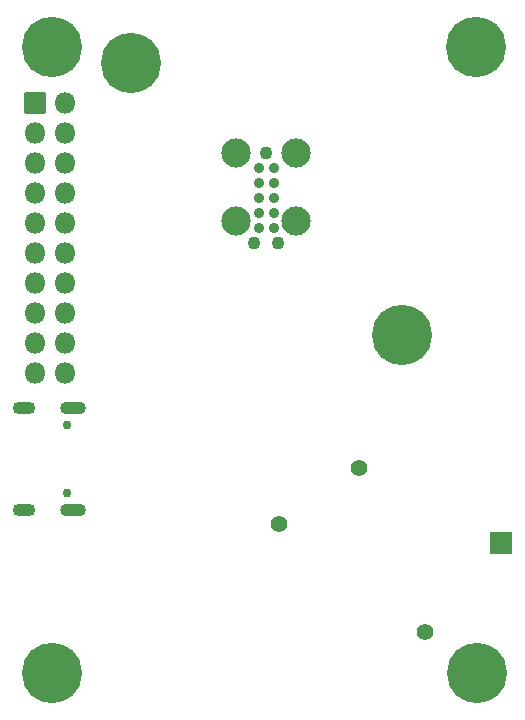
<source format=gbr>
%TF.GenerationSoftware,KiCad,Pcbnew,8.0.9-8.0.9-0~ubuntu24.04.1*%
%TF.CreationDate,2025-04-21T09:58:39+02:00*%
%TF.ProjectId,Sensor_Node_Base_V1.0,53656e73-6f72-45f4-9e6f-64655f426173,rev?*%
%TF.SameCoordinates,Original*%
%TF.FileFunction,Soldermask,Bot*%
%TF.FilePolarity,Negative*%
%FSLAX46Y46*%
G04 Gerber Fmt 4.6, Leading zero omitted, Abs format (unit mm)*
G04 Created by KiCad (PCBNEW 8.0.9-8.0.9-0~ubuntu24.04.1) date 2025-04-21 09:58:39*
%MOMM*%
%LPD*%
G01*
G04 APERTURE LIST*
G04 Aperture macros list*
%AMRoundRect*
0 Rectangle with rounded corners*
0 $1 Rounding radius*
0 $2 $3 $4 $5 $6 $7 $8 $9 X,Y pos of 4 corners*
0 Add a 4 corners polygon primitive as box body*
4,1,4,$2,$3,$4,$5,$6,$7,$8,$9,$2,$3,0*
0 Add four circle primitives for the rounded corners*
1,1,$1+$1,$2,$3*
1,1,$1+$1,$4,$5*
1,1,$1+$1,$6,$7*
1,1,$1+$1,$8,$9*
0 Add four rect primitives between the rounded corners*
20,1,$1+$1,$2,$3,$4,$5,0*
20,1,$1+$1,$4,$5,$6,$7,0*
20,1,$1+$1,$6,$7,$8,$9,0*
20,1,$1+$1,$8,$9,$2,$3,0*%
G04 Aperture macros list end*
%ADD10RoundRect,0.050000X-0.850000X-0.850000X0.850000X-0.850000X0.850000X0.850000X-0.850000X0.850000X0*%
%ADD11O,1.800000X1.800000*%
%ADD12C,0.900000*%
%ADD13C,5.100000*%
%ADD14C,0.750000*%
%ADD15O,2.200000X1.100000*%
%ADD16O,1.900000X1.100000*%
%ADD17C,1.400000*%
%ADD18C,0.500000*%
%ADD19RoundRect,0.057000X0.893000X0.893000X-0.893000X0.893000X-0.893000X-0.893000X0.893000X-0.893000X0*%
%ADD20C,2.474900*%
%ADD21C,1.090600*%
%ADD22C,0.887400*%
G04 APERTURE END LIST*
D10*
%TO.C,J201*%
X123700000Y-86610000D03*
D11*
X126240000Y-86610000D03*
X123700000Y-89150000D03*
X126240000Y-89150000D03*
X123700000Y-91690000D03*
X126240000Y-91690000D03*
X123700000Y-94230000D03*
X126240000Y-94230000D03*
X123700000Y-96770000D03*
X126240000Y-96770000D03*
X123700000Y-99310000D03*
X126240000Y-99310000D03*
X123700000Y-101850000D03*
X126240000Y-101850000D03*
X123700000Y-104390000D03*
X126240000Y-104390000D03*
X123700000Y-106930000D03*
X126240000Y-106930000D03*
X123700000Y-109470000D03*
X126240000Y-109470000D03*
%TD*%
D12*
%TO.C,MH103*%
X159155000Y-81855825D03*
X159704175Y-80530000D03*
X159704175Y-83181650D03*
X161030000Y-79980825D03*
D13*
X161030000Y-81855825D03*
D12*
X161030000Y-83730825D03*
X162355825Y-80530000D03*
X162355825Y-83181650D03*
X162905000Y-81855825D03*
%TD*%
%TO.C,MH101*%
X123245000Y-81865825D03*
X123794175Y-80540000D03*
X123794175Y-83191650D03*
X125120000Y-79990825D03*
D13*
X125120000Y-81865825D03*
D12*
X125120000Y-83740825D03*
X126445825Y-80540000D03*
X126445825Y-83191650D03*
X126995000Y-81865825D03*
%TD*%
D14*
%TO.C,CON101*%
X126430000Y-113890000D03*
X126430000Y-119670000D03*
D15*
X126950000Y-112460000D03*
D16*
X122750000Y-112460000D03*
D15*
X126950000Y-121100000D03*
D16*
X122750000Y-121100000D03*
%TD*%
D17*
%TO.C,TP309*%
X144390000Y-122230000D03*
%TD*%
%TO.C,TP308*%
X151130000Y-117560000D03*
%TD*%
D12*
%TO.C,MH102*%
X159245000Y-134855825D03*
X159794175Y-133530000D03*
X159794175Y-136181650D03*
X161120000Y-132980825D03*
D13*
X161120000Y-134855825D03*
D12*
X161120000Y-136730825D03*
X162445825Y-133530000D03*
X162445825Y-136181650D03*
X162995000Y-134855825D03*
%TD*%
D18*
%TO.C,IC202*%
X163500000Y-123850000D03*
D19*
X163200000Y-123850000D03*
D18*
X162900000Y-123850000D03*
%TD*%
D17*
%TO.C,TP303*%
X156710000Y-131380000D03*
%TD*%
D20*
%TO.C,M201*%
X140750000Y-90880000D03*
X140750000Y-96595000D03*
D21*
X142275000Y-98500000D03*
X143290000Y-90880000D03*
X144305000Y-98500000D03*
D20*
X145830000Y-90880000D03*
X145830000Y-96595000D03*
D12*
X129915000Y-83270000D03*
X130464175Y-81944175D03*
X130464175Y-84595825D03*
X131790000Y-81395000D03*
D13*
X131790000Y-83270000D03*
D12*
X131790000Y-85145000D03*
X133115825Y-81944175D03*
X133115825Y-84595825D03*
X133665000Y-83270000D03*
X152915000Y-106270000D03*
X153464175Y-104944175D03*
X153464175Y-107595825D03*
X154790000Y-104395000D03*
D13*
X154790000Y-106270000D03*
D12*
X154790000Y-108145000D03*
X156115825Y-104944175D03*
X156115825Y-107595825D03*
X156665000Y-106270000D03*
D22*
X143925000Y-92150000D03*
X143925000Y-93420000D03*
X143925000Y-94690000D03*
X143925000Y-95960000D03*
X143925000Y-97230000D03*
X142655000Y-97230000D03*
X142655000Y-95960000D03*
X142655000Y-94690000D03*
X142655000Y-93420000D03*
X142655000Y-92150000D03*
%TD*%
D12*
%TO.C,MH104*%
X123245000Y-134855825D03*
X123794175Y-133530000D03*
X123794175Y-136181650D03*
X125120000Y-132980825D03*
D13*
X125120000Y-134855825D03*
D12*
X125120000Y-136730825D03*
X126445825Y-133530000D03*
X126445825Y-136181650D03*
X126995000Y-134855825D03*
%TD*%
M02*

</source>
